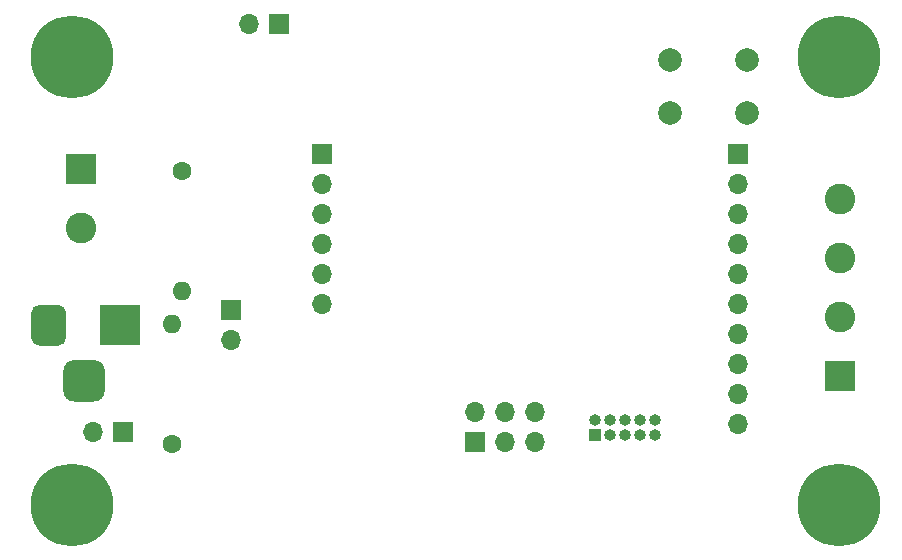
<source format=gbs>
G04 #@! TF.GenerationSoftware,KiCad,Pcbnew,5.1.10-88a1d61d58~88~ubuntu20.10.1*
G04 #@! TF.CreationDate,2021-05-21T17:46:03+03:00*
G04 #@! TF.ProjectId,Devboard,44657662-6f61-4726-942e-6b696361645f,rev?*
G04 #@! TF.SameCoordinates,Original*
G04 #@! TF.FileFunction,Soldermask,Bot*
G04 #@! TF.FilePolarity,Negative*
%FSLAX46Y46*%
G04 Gerber Fmt 4.6, Leading zero omitted, Abs format (unit mm)*
G04 Created by KiCad (PCBNEW 5.1.10-88a1d61d58~88~ubuntu20.10.1) date 2021-05-21 17:46:03*
%MOMM*%
%LPD*%
G01*
G04 APERTURE LIST*
%ADD10C,2.600000*%
%ADD11R,2.600000X2.600000*%
%ADD12O,1.700000X1.700000*%
%ADD13R,1.700000X1.700000*%
%ADD14O,1.600000X1.600000*%
%ADD15C,1.600000*%
%ADD16R,3.500000X3.500000*%
%ADD17C,7.000000*%
%ADD18C,3.900000*%
%ADD19C,2.000000*%
%ADD20R,1.000000X1.000000*%
%ADD21O,1.000000X1.000000*%
G04 APERTURE END LIST*
D10*
X188976000Y-106412000D03*
X188976000Y-111412000D03*
X188976000Y-116412000D03*
D11*
X188976000Y-121412000D03*
D12*
X138988800Y-91541600D03*
D13*
X141528800Y-91541600D03*
D12*
X125730000Y-126111000D03*
D13*
X128270000Y-126111000D03*
D14*
X133299200Y-114147600D03*
D15*
X133299200Y-103987600D03*
D14*
X132461000Y-116967000D03*
D15*
X132461000Y-127127000D03*
G36*
G01*
X123266000Y-122669000D02*
X123266000Y-120919000D01*
G75*
G02*
X124141000Y-120044000I875000J0D01*
G01*
X125891000Y-120044000D01*
G75*
G02*
X126766000Y-120919000I0J-875000D01*
G01*
X126766000Y-122669000D01*
G75*
G02*
X125891000Y-123544000I-875000J0D01*
G01*
X124141000Y-123544000D01*
G75*
G02*
X123266000Y-122669000I0J875000D01*
G01*
G37*
G36*
G01*
X120516000Y-118094000D02*
X120516000Y-116094000D01*
G75*
G02*
X121266000Y-115344000I750000J0D01*
G01*
X122766000Y-115344000D01*
G75*
G02*
X123516000Y-116094000I0J-750000D01*
G01*
X123516000Y-118094000D01*
G75*
G02*
X122766000Y-118844000I-750000J0D01*
G01*
X121266000Y-118844000D01*
G75*
G02*
X120516000Y-118094000I0J750000D01*
G01*
G37*
D16*
X128016000Y-117094000D03*
D10*
X124714000Y-108886000D03*
D11*
X124714000Y-103886000D03*
D17*
X188952000Y-132334000D03*
D18*
X188952000Y-132334000D03*
D17*
X123952000Y-132334000D03*
D18*
X123952000Y-132334000D03*
D17*
X188952000Y-94334000D03*
D18*
X188952000Y-94334000D03*
D17*
X123952000Y-94334000D03*
D18*
X123952000Y-94334000D03*
D13*
X137414000Y-115760500D03*
D12*
X137414000Y-118300500D03*
D13*
X145149500Y-102552500D03*
D12*
X145149500Y-105092500D03*
X145149500Y-107632500D03*
X145149500Y-110172500D03*
X145149500Y-112712500D03*
X145149500Y-115252500D03*
D13*
X180340000Y-102552500D03*
D12*
X180340000Y-105092500D03*
X180340000Y-107632500D03*
X180340000Y-110172500D03*
X180340000Y-112712500D03*
X180340000Y-115252500D03*
X180340000Y-117792500D03*
X180340000Y-120332500D03*
X180340000Y-122872500D03*
X180340000Y-125412500D03*
D19*
X174625000Y-99115000D03*
X174625000Y-94615000D03*
X181125000Y-99115000D03*
X181125000Y-94615000D03*
D20*
X168275000Y-126365000D03*
D21*
X168275000Y-125095000D03*
X169545000Y-126365000D03*
X169545000Y-125095000D03*
X170815000Y-126365000D03*
X170815000Y-125095000D03*
X172085000Y-126365000D03*
X172085000Y-125095000D03*
X173355000Y-126365000D03*
X173355000Y-125095000D03*
D13*
X158115000Y-127000000D03*
D12*
X158115000Y-124460000D03*
X160655000Y-127000000D03*
X160655000Y-124460000D03*
X163195000Y-127000000D03*
X163195000Y-124460000D03*
M02*

</source>
